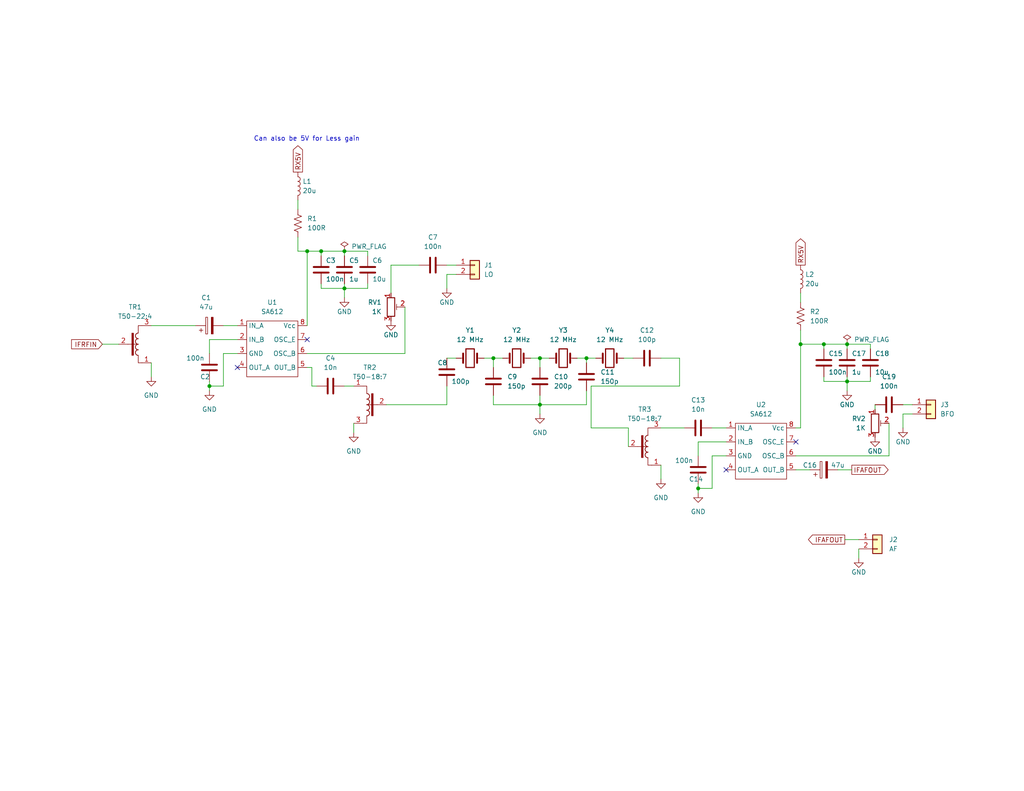
<source format=kicad_sch>
(kicad_sch (version 20211123) (generator eeschema)
  (paper "A")
  (title_block (date "2022-08-31") (rev "0.1a") (company "DATER (Dave Peter)"))
  (lib_symbols
    (symbol "Connector_Generic:Conn_01x02" (pin_names (offset 1.016) hide)
      (property "Reference" "J" (at 0 2.54 0))
      (property "Value" "Conn_01x02" (at 0 -5.08 0))
      (symbol "Conn_01x02_1_1"
        (rectangle (start -1.27 -2.413) (end 0 -2.667) (stroke (width 0.1524)))
        (rectangle (start -1.27 0.127) (end 0 -0.127) (stroke (width 0.1524)))
        (rectangle (start -1.27 1.27) (end 1.27 -3.81) (stroke (width 0.254)) (fill (type background)))
        (pin passive line (at -5.08 0 0) (length 3.81) (name "Pin_1") (number "1"))
        (pin passive line (at -5.08 -2.54 0) (length 3.81) (name "Pin_2") (number "2"))
      )
    )
    (symbol "Custom_RF:SA612"
      (property "Reference" "U" (at 1.27 10.16 0))
      (property "Value" "SA612" (at 1.27 -7.62 0))
      (symbol "SA612_0_1"
        (rectangle (start -6.35 8.89) (end 7.62 -6.35))
      )
      (symbol "SA612_1_1"
        (pin input line (at -8.89 7.62 0) (length 2.54) (name "IN_A") (number "1"))
        (pin input line (at -8.89 3.81 0) (length 2.54) (name "IN_B") (number "2"))
        (pin power_in line (at -8.89 0 0) (length 2.54) (name "GND") (number "3"))
        (pin output line (at -8.89 -3.81 0) (length 2.54) (name "OUT_A") (number "4"))
        (pin output line (at 10.16 -3.81 180) (length 2.54) (name "OUT_B") (number "5"))
        (pin input line (at 10.16 0 180) (length 2.54) (name "OSC_B") (number "6"))
        (pin input line (at 10.16 3.81 180) (length 2.54) (name "OSC_E") (number "7"))
        (pin power_in line (at 10.16 7.62 180) (length 2.54) (name "Vcc") (number "8"))
      )
    )
    (symbol "Custom_RF:T50 " (pin_names (offset 0))
      (property "Reference" "TR" (at 0 6.35 0))
      (property "Value" "T50 " (at 0 -6.35 0))
      (symbol "T50 _0_1"
        (arc (start -1.524 -3.048) (mid -0.762 -2.286) (end -1.524 -1.524) (stroke (width 0.2032)))
        (arc (start -1.524 -1.524) (mid -0.762 -0.762) (end -1.524 0) (stroke (width 0.2032)))
        (arc (start -1.524 0) (mid -0.762 0.762) (end -1.524 1.524) (stroke (width 0.2032)))
        (arc (start -1.524 1.524) (mid -0.762 2.286) (end -1.524 3.048) (stroke (width 0.2032)))
        (rectangle (start -0.254 3.048) (end 0.254 -3.048) (stroke (width 0.0254)) (fill (type outline)))
        (polyline (pts (xy -1.524 0) (xy 1.27 0) (xy -1.27 0)) (fill (type outline)))
        (polyline (pts (xy -2.54 5.08) (xy -1.524 5.08) (xy -1.524 3.048) (xy -1.524 3.048)) (stroke (width 0.1524)))
        (polyline (pts (xy -1.524 -3.048) (xy -1.524 -5.08) (xy -2.54 -5.08) (xy -2.54 -5.08)) (stroke (width 0.1524)))
      )
      (symbol "T50 _1_1"
        (pin passive line (at -5.08 5.08 0) (length 2.54) (name "~") (number "1"))
        (pin passive line (at 3.81 0 180) (length 2.54) (name "~") (number "2"))
        (pin passive line (at -5.08 -5.08 0) (length 2.54) (name "~") (number "3"))
      )
    )
    (symbol "Device:C" (pin_numbers hide) (pin_names (offset 0.254))
      (property "Reference" "C" (at 0.635 2.54 0))
      (property "Value" "C" (at 0.635 -2.54 0))
      (symbol "C_0_1"
        (polyline (pts (xy -2.032 -0.762) (xy 2.032 -0.762)) (stroke (width 0.508)))
        (polyline (pts (xy -2.032 0.762) (xy 2.032 0.762)) (stroke (width 0.508)))
      )
      (symbol "C_1_1"
        (pin passive line (at 0 3.81 270) (length 2.794) (name "~") (number "1"))
        (pin passive line (at 0 -3.81 90) (length 2.794) (name "~") (number "2"))
      )
    )
    (symbol "Device:C_Polarized" (pin_numbers hide) (pin_names (offset 0.254))
      (property "Reference" "C" (at 0.635 2.54 0))
      (property "Value" "C_Polarized" (at 0.635 -2.54 0))
      (symbol "C_Polarized_0_1"
        (rectangle (start -2.286 0.508) (end 2.286 1.016))
        (polyline (pts (xy -1.778 2.286) (xy -0.762 2.286)))
        (polyline (pts (xy -1.27 2.794) (xy -1.27 1.778)))
        (rectangle (start 2.286 -0.508) (end -2.286 -1.016) (fill (type outline)))
      )
      (symbol "C_Polarized_1_1"
        (pin passive line (at 0 3.81 270) (length 2.794) (name "~") (number "1"))
        (pin passive line (at 0 -3.81 90) (length 2.794) (name "~") (number "2"))
      )
    )
    (symbol "Device:Crystal" (pin_numbers hide) (pin_names (offset 1.016) hide)
      (property "Reference" "Y" (at 0 3.81 0))
      (property "Value" "Crystal" (at 0 -3.81 0))
      (symbol "Crystal_0_1"
        (rectangle (start -1.143 2.54) (end 1.143 -2.54) (stroke (width 0.3048)))
        (polyline (pts (xy -2.54 0) (xy -1.905 0)))
        (polyline (pts (xy -1.905 -1.27) (xy -1.905 1.27)) (stroke (width 0.508)))
        (polyline (pts (xy 1.905 -1.27) (xy 1.905 1.27)) (stroke (width 0.508)))
        (polyline (pts (xy 2.54 0) (xy 1.905 0)))
      )
      (symbol "Crystal_1_1"
        (pin passive line (at -3.81 0 0) (length 1.27) (name "1") (number "1"))
        (pin passive line (at 3.81 0 180) (length 1.27) (name "2") (number "2"))
      )
    )
    (symbol "Device:L" (pin_numbers hide) (pin_names (offset 1.016) hide)
      (property "Reference" "L" (at -1.27 0 90))
      (property "Value" "L" (at 1.905 0 90))
      (symbol "L_0_1"
        (arc (start 0 -2.54) (mid 0.635 -1.905) (end 0 -1.27))
        (arc (start 0 -1.27) (mid 0.635 -0.635) (end 0 0))
        (arc (start 0 0) (mid 0.635 0.635) (end 0 1.27))
        (arc (start 0 1.27) (mid 0.635 1.905) (end 0 2.54))
      )
      (symbol "L_1_1"
        (pin passive line (at 0 3.81 270) (length 1.27) (name "1") (number "1"))
        (pin passive line (at 0 -3.81 90) (length 1.27) (name "2") (number "2"))
      )
    )
    (symbol "Device:R_Potentiometer_Trim" (pin_names (offset 1.016) hide)
      (property "Reference" "RV" (at -4.445 0 90))
      (property "Value" "R_Potentiometer_Trim" (at -2.54 0 90))
      (symbol "R_Potentiometer_Trim_0_1"
        (polyline (pts (xy 1.524 0.762) (xy 1.524 -0.762)))
        (polyline (pts (xy 2.54 0) (xy 1.524 0)))
        (rectangle (start 1.016 2.54) (end -1.016 -2.54) (stroke (width 0.254)))
      )
      (symbol "R_Potentiometer_Trim_1_1"
        (pin passive line (at 0 3.81 270) (length 1.27) (name "1") (number "1"))
        (pin passive line (at 3.81 0 180) (length 1.27) (name "2") (number "2"))
        (pin passive line (at 0 -3.81 90) (length 1.27) (name "3") (number "3"))
      )
    )
    (symbol "Device:R_US" (pin_numbers hide) (pin_names (offset 0))
      (property "Reference" "R" (at 2.54 0 90))
      (property "Value" "R_US" (at -2.54 0 90))
      (symbol "R_US_0_1"
        (polyline (pts (xy 0 -2.286) (xy 0 -2.54)))
        (polyline (pts (xy 0 2.286) (xy 0 2.54)))
        (polyline (pts (xy 0 -0.762) (xy 1.016 -1.143) (xy 0 -1.524) (xy -1.016 -1.905) (xy 0 -2.286)))
        (polyline (pts (xy 0 0.762) (xy 1.016 0.381) (xy 0 0) (xy -1.016 -0.381) (xy 0 -0.762)))
        (polyline (pts (xy 0 2.286) (xy 1.016 1.905) (xy 0 1.524) (xy -1.016 1.143) (xy 0 0.762)))
      )
      (symbol "R_US_1_1"
        (pin passive line (at 0 3.81 270) (length 1.27) (name "~") (number "1"))
        (pin passive line (at 0 -3.81 90) (length 1.27) (name "~") (number "2"))
      )
    )
    (symbol "power:GND" (power) (pin_names (offset 0))
      (property "Value" "GND" (at 0 -3.81 0))
      (symbol "GND_0_1"
        (polyline (pts (xy 0 0) (xy 0 -1.27) (xy 1.27 -1.27) (xy 0 -2.54) (xy -1.27 -1.27) (xy 0 -1.27)))
      )
      (symbol "GND_1_1"
        (pin power_in line (at 0 0 270) (length 0) hide (name "GND") (number "1"))
      )
    )
    (symbol "power:PWR_FLAG" (power) (pin_numbers hide) (pin_names (offset 0) hide)
      (property "Value" "PWR_FLAG" (at 0 3.81 0))
      (symbol "PWR_FLAG_0_0"
        (pin power_out line (at 0 0 90) (length 0) (name "pwr") (number "1"))
      )
      (symbol "PWR_FLAG_0_1"
        (polyline (pts (xy 0 0) (xy 0 1.27) (xy -1.016 1.905) (xy 0 2.54) (xy 1.016 1.905) (xy 0 1.27)))
      )
    )
  )
  (junction (at 160.02 97.79))
  (junction (at 190.5 133.35))
  (junction (at 218.44 93.98))
  (junction (at 231.14 93.98))
  (junction (at 231.14 104.14))
  (junction (at 93.98 68.58))
  (junction (at 224.79 93.98))
  (junction (at 134.62 97.79))
  (junction (at 147.32 97.79))
  (junction (at 93.98 78.74))
  (junction (at 57.15 105.41))
  (junction (at 147.32 110.49))
  (junction (at 83.82 68.58))
  (junction (at 87.63 68.58))
  (no_connect (at 198.12 128.27))
  (no_connect (at 83.82 92.71))
  (no_connect (at 217.17 120.65))
  (no_connect (at 64.77 100.33))
  (wire (pts (xy 224.79 93.98) (xy 231.14 93.98)))
  (wire (pts (xy 57.15 92.71) (xy 57.15 96.52)))
  (wire (pts (xy 100.33 68.58) (xy 100.33 69.85)))
  (wire (pts (xy 232.41 128.27) (xy 228.6 128.27)))
  (wire (pts (xy 194.31 133.35) (xy 194.31 124.46)))
  (wire (pts (xy 147.32 97.79) (xy 149.86 97.79)))
  (wire (pts (xy 87.63 77.47) (xy 87.63 78.74)))
  (wire (pts (xy 230.505 147.32) (xy 234.315 147.32)))
  (wire (pts (xy 194.31 124.46) (xy 198.12 124.46)))
  (wire (pts (xy 224.79 93.98) (xy 224.79 95.25)))
  (wire (pts (xy 87.63 68.58) (xy 87.63 69.85)))
  (wire (pts (xy 147.32 110.49) (xy 147.32 107.95)))
  (wire (pts (xy 218.44 93.98) (xy 218.44 116.84)))
  (wire (pts (xy 121.92 72.39) (xy 124.46 72.39)))
  (wire (pts (xy 81.28 68.58) (xy 83.82 68.58)))
  (wire (pts (xy 224.79 104.14) (xy 231.14 104.14)))
  (wire (pts (xy 218.44 90.17) (xy 218.44 93.98)))
  (wire (pts (xy 231.14 104.14) (xy 231.14 102.87)))
  (wire (pts (xy 231.14 104.14) (xy 231.14 106.68)))
  (wire (pts (xy 237.49 102.87) (xy 237.49 104.14)))
  (wire (pts (xy 185.42 97.79) (xy 185.42 105.41)))
  (wire (pts (xy 237.49 93.98) (xy 237.49 95.25)))
  (wire (pts (xy 81.28 54.61) (xy 81.28 57.15)))
  (wire (pts (xy 93.98 68.58) (xy 93.98 69.85)))
  (wire (pts (xy 246.38 110.49) (xy 248.92 110.49)))
  (wire (pts (xy 238.76 110.49) (xy 238.76 111.76)))
  (wire (pts (xy 41.275 88.9) (xy 53.34 88.9)))
  (wire (pts (xy 234.315 152.4) (xy 234.315 149.86)))
  (wire (pts (xy 231.14 93.98) (xy 231.14 95.25)))
  (wire (pts (xy 134.62 97.79) (xy 134.62 100.33)))
  (wire (pts (xy 248.92 113.03) (xy 246.38 113.03)))
  (wire (pts (xy 93.98 78.74) (xy 93.98 77.47)))
  (wire (pts (xy 81.28 64.77) (xy 81.28 68.58)))
  (wire (pts (xy 106.68 72.39) (xy 106.68 80.01)))
  (wire (pts (xy 147.32 110.49) (xy 147.32 113.03)))
  (wire (pts (xy 93.98 78.74) (xy 93.98 81.28)))
  (wire (pts (xy 121.92 110.49) (xy 121.92 105.41)))
  (wire (pts (xy 114.3 72.39) (xy 106.68 72.39)))
  (wire (pts (xy 160.02 106.68) (xy 160.02 110.49)))
  (wire (pts (xy 224.79 102.87) (xy 224.79 104.14)))
  (wire (pts (xy 134.62 97.79) (xy 137.16 97.79)))
  (wire (pts (xy 147.32 97.79) (xy 147.32 100.33)))
  (wire (pts (xy 110.49 96.52) (xy 110.49 83.82)))
  (wire (pts (xy 180.34 116.84) (xy 186.69 116.84)))
  (wire (pts (xy 134.62 110.49) (xy 147.32 110.49)))
  (wire (pts (xy 185.42 105.41) (xy 161.29 105.41)))
  (wire (pts (xy 190.5 133.35) (xy 194.31 133.35)))
  (wire (pts (xy 198.12 120.65) (xy 190.5 120.65)))
  (wire (pts (xy 246.38 113.03) (xy 246.38 116.84)))
  (wire (pts (xy 157.48 97.79) (xy 160.02 97.79)))
  (wire (pts (xy 144.78 97.79) (xy 147.32 97.79)))
  (wire (pts (xy 190.5 120.65) (xy 190.5 124.46)))
  (wire (pts (xy 160.02 97.79) (xy 160.02 99.06)))
  (wire (pts (xy 60.96 96.52) (xy 64.77 96.52)))
  (wire (pts (xy 57.15 105.41) (xy 57.15 106.68)))
  (wire (pts (xy 121.92 74.93) (xy 121.92 78.74)))
  (wire (pts (xy 185.42 97.79) (xy 180.34 97.79)))
  (wire (pts (xy 180.34 130.81) (xy 180.34 127)))
  (wire (pts (xy 134.62 107.95) (xy 134.62 110.49)))
  (wire (pts (xy 60.96 88.9) (xy 64.77 88.9)))
  (wire (pts (xy 105.41 110.49) (xy 121.92 110.49)))
  (wire (pts (xy 217.17 124.46) (xy 242.57 124.46)))
  (wire (pts (xy 83.82 100.33) (xy 85.09 100.33)))
  (wire (pts (xy 161.29 105.41) (xy 161.29 116.84)))
  (wire (pts (xy 93.98 78.74) (xy 100.33 78.74)))
  (wire (pts (xy 83.82 68.58) (xy 87.63 68.58)))
  (wire (pts (xy 41.275 102.87) (xy 41.275 99.06)))
  (wire (pts (xy 57.15 104.14) (xy 57.15 105.41)))
  (wire (pts (xy 220.98 128.27) (xy 217.17 128.27)))
  (wire (pts (xy 160.02 97.79) (xy 162.56 97.79)))
  (wire (pts (xy 60.96 105.41) (xy 60.96 96.52)))
  (wire (pts (xy 83.82 68.58) (xy 83.82 88.9)))
  (wire (pts (xy 171.45 121.92) (xy 171.45 116.84)))
  (wire (pts (xy 242.57 115.57) (xy 242.57 124.46)))
  (wire (pts (xy 190.5 133.35) (xy 190.5 134.62)))
  (wire (pts (xy 86.36 105.41) (xy 85.09 105.41)))
  (wire (pts (xy 121.92 97.79) (xy 124.46 97.79)))
  (wire (pts (xy 64.77 92.71) (xy 57.15 92.71)))
  (wire (pts (xy 218.44 80.01) (xy 218.44 82.55)))
  (wire (pts (xy 218.44 93.98) (xy 224.79 93.98)))
  (wire (pts (xy 160.02 110.49) (xy 147.32 110.49)))
  (wire (pts (xy 27.94 93.98) (xy 32.385 93.98)))
  (wire (pts (xy 100.33 77.47) (xy 100.33 78.74)))
  (wire (pts (xy 57.15 105.41) (xy 60.96 105.41)))
  (wire (pts (xy 83.82 96.52) (xy 110.49 96.52)))
  (wire (pts (xy 132.08 97.79) (xy 134.62 97.79)))
  (wire (pts (xy 170.18 97.79) (xy 172.72 97.79)))
  (wire (pts (xy 231.14 104.14) (xy 237.49 104.14)))
  (wire (pts (xy 87.63 68.58) (xy 93.98 68.58)))
  (wire (pts (xy 218.44 116.84) (xy 217.17 116.84)))
  (wire (pts (xy 93.98 68.58) (xy 100.33 68.58)))
  (wire (pts (xy 87.63 78.74) (xy 93.98 78.74)))
  (wire (pts (xy 190.5 132.08) (xy 190.5 133.35)))
  (wire (pts (xy 124.46 74.93) (xy 121.92 74.93)))
  (wire (pts (xy 85.09 105.41) (xy 85.09 100.33)))
  (wire (pts (xy 231.14 93.98) (xy 237.49 93.98)))
  (wire (pts (xy 96.52 118.11) (xy 96.52 115.57)))
  (wire (pts (xy 93.98 105.41) (xy 96.52 105.41)))
  (wire (pts (xy 194.31 116.84) (xy 198.12 116.84)))
  (wire (pts (xy 161.29 116.84) (xy 171.45 116.84)))
  (text "Can also be 5V for Less gain" (at 69.215 38.735 0) (effects (font (size 1.27 1.27)) (justify left bottom)))
  (global_label "IFRFIN" (shape input) (at 27.94 93.98 180) (property "Intersheet References" "${INTERSHEET_REFS}" (effects hide)))
  (global_label "RX5V" (shape output) (at 81.28 46.99 90) (property "Intersheet References" "${INTERSHEET_REFS}" (effects hide)))
  (global_label "IFAFOUT" (shape output) (at 230.505 147.32 180) (property "Intersheet References" "${INTERSHEET_REFS}" (effects hide)))
  (global_label "RX5V" (shape output) (at 218.44 72.39 90) (property "Intersheet References" "${INTERSHEET_REFS}" (effects hide)))
  (global_label "IFAFOUT" (shape output) (at 232.41 128.27 0) (property "Intersheet References" "${INTERSHEET_REFS}" (effects hide)))
  (symbol (lib_id "Custom_RF:T50 ") (at 175.26 121.92 180) (unit 1)
    (property "Reference" "TR3" (at 175.9331 111.76 0))
    (property "Value" "T50-18:7" (at 175.9331 114.3 0))
    (property "Footprint" "Custom_RF:T50-1Tap-Close" (effects hide))
  )
  (symbol (lib_id "power:GND") (at 190.5 134.62 0) (unit 1)
    (property "Reference" "#PWR09" (effects hide))
    (property "Value" "GND" (at 190.5 139.7 0))
  )
  (symbol (lib_id "power:GND") (at 93.98 81.28 0) (unit 1)
    (property "Reference" "#PWR03" (effects hide))
    (property "Value" "GND" (at 93.98 85.09 0))
  )
  (symbol (lib_id "Custom_RF:SA612") (at 73.66 96.52 0) (unit 1)
    (property "Reference" "U1" (at 74.295 82.55 0))
    (property "Value" "SA612" (at 74.295 85.09 0))
    (property "Footprint" "Package_DIP:DIP-8_W7.62mm_Socket" (effects hide))
  )
  (symbol (lib_id "Device:C") (at 93.98 73.66 0) (unit 1)
    (property "Reference" "C5" (at 95.25 71.12 0) (effects (justify left)))
    (property "Value" "1u" (at 95.25 76.2 0) (effects (justify left)))
    (property "Footprint" "Capacitor_SMD:C_1206_3216Metric" (effects hide))
  )
  (symbol (lib_id "power:GND") (at 234.315 152.4 0) (unit 1)
    (property "Reference" "#PWR011" (effects hide))
    (property "Value" "GND" (at 234.315 156.21 0))
  )
  (symbol (lib_id "Device:C") (at 190.5 116.84 90) (unit 1)
    (property "Reference" "C13" (at 190.5 109.22 90))
    (property "Value" "10n" (at 190.5 111.76 90))
    (property "Footprint" "Capacitor_SMD:C_1206_3216Metric" (effects hide))
  )
  (symbol (lib_id "Device:R_US") (at 218.44 86.36 0) (unit 1)
    (property "Reference" "R2" (at 220.98 85.0899 0) (effects (justify left)))
    (property "Value" "100R" (at 220.98 87.6299 0) (effects (justify left)))
    (property "Footprint" "Resistor_SMD:R_1206_3216Metric" (effects hide))
  )
  (symbol (lib_id "Device:L") (at 81.28 50.8 0) (unit 1)
    (property "Reference" "L1" (at 82.55 49.5299 0) (effects (justify left)))
    (property "Value" "20u" (at 82.55 52.0699 0) (effects (justify left)))
    (property "Footprint" "Inductor_SMD:L_1206_3216Metric" (effects hide))
  )
  (symbol (lib_id "Custom_RF:T50 ") (at 36.195 93.98 180) (unit 1)
    (property "Reference" "TR1" (at 36.8681 83.82 0))
    (property "Value" "T50-22:4" (at 36.8681 86.36 0))
    (property "Footprint" "Custom_RF:T50-1Tap-Close" (effects hide))
  )
  (symbol (lib_id "Device:R_US") (at 81.28 60.96 0) (unit 1)
    (property "Reference" "R1" (at 83.82 59.6899 0) (effects (justify left)))
    (property "Value" "100R" (at 83.82 62.2299 0) (effects (justify left)))
    (property "Footprint" "Resistor_SMD:R_1206_3216Metric" (effects hide))
  )
  (symbol (lib_id "power:GND") (at 238.76 119.38 0) (unit 1)
    (property "Reference" "#PWR012" (effects hide))
    (property "Value" "GND" (at 238.76 123.19 0))
  )
  (symbol (lib_id "Device:C") (at 147.32 104.14 0) (unit 1)
    (property "Reference" "C10" (at 151.13 102.8699 0) (effects (justify left)))
    (property "Value" "200p" (at 151.13 105.4099 0) (effects (justify left)))
    (property "Footprint" "Capacitor_THT:C_Disc_D3.4mm_W2.1mm_P2.50mm" (effects hide))
  )
  (symbol (lib_id "Device:Crystal") (at 153.67 97.79 0) (unit 1)
    (property "Reference" "Y3" (at 153.67 90.17 0))
    (property "Value" "12 MHz" (at 153.67 92.71 0))
    (property "Footprint" "Crystal:Crystal_HC49-4H_Vertical" (effects hide))
  )
  (symbol (lib_id "Device:C") (at 224.79 99.06 0) (unit 1)
    (property "Reference" "C15" (at 226.06 96.52 0) (effects (justify left)))
    (property "Value" "100n" (at 226.06 101.6 0) (effects (justify left)))
    (property "Footprint" "Capacitor_SMD:C_1206_3216Metric" (effects hide))
  )
  (symbol (lib_id "Custom_RF:SA612") (at 207.01 124.46 0) (unit 1)
    (property "Reference" "U2" (at 207.645 110.49 0))
    (property "Value" "SA612" (at 207.645 113.03 0))
    (property "Footprint" "Package_DIP:DIP-8_W7.62mm_Socket" (effects hide))
  )
  (symbol (lib_id "Connector_Generic:Conn_01x02") (at 254 110.49 0) (unit 1)
    (property "Reference" "J3" (at 256.54 110.4899 0) (effects (justify left)))
    (property "Value" "BFO" (at 256.54 113.0299 0) (effects (justify left)))
    (property "Footprint" "Connector_PinHeader_2.54mm:PinHeader_1x02_P2.54mm_Vertical" (effects hide))
  )
  (symbol (lib_id "Connector_Generic:Conn_01x02") (at 239.395 147.32 0) (unit 1)
    (property "Reference" "J2" (at 242.57 147.3199 0) (effects (justify left)))
    (property "Value" "AF" (at 242.57 149.8599 0) (effects (justify left)))
    (property "Footprint" "Connector_PinHeader_2.54mm:PinHeader_1x02_P2.54mm_Vertical" (effects hide))
  )
  (symbol (lib_id "Device:C") (at 190.5 128.27 0) (unit 1)
    (property "Reference" "C14" (at 187.96 130.81 0) (effects (justify left)))
    (property "Value" "100n" (at 184.15 125.73 0) (effects (justify left)))
    (property "Footprint" "Capacitor_SMD:C_1206_3216Metric" (effects hide))
  )
  (symbol (lib_id "Device:C") (at 118.11 72.39 270) (unit 1)
    (property "Reference" "C7" (at 118.11 64.77 90))
    (property "Value" "100n" (at 118.11 67.31 90))
    (property "Footprint" "Capacitor_SMD:C_1206_3216Metric" (effects hide))
  )
  (symbol (lib_id "Device:Crystal") (at 128.27 97.79 0) (unit 1)
    (property "Reference" "Y1" (at 128.27 90.17 0))
    (property "Value" "12 MHz" (at 128.27 92.71 0))
    (property "Footprint" "Crystal:Crystal_HC49-4H_Vertical" (effects hide))
  )
  (symbol (lib_id "Device:R_Potentiometer_Trim") (at 106.68 83.82 0) (unit 1)
    (property "Reference" "RV1" (at 104.14 82.5499 0) (effects (justify right)))
    (property "Value" "1K" (at 104.14 85.0899 0) (effects (justify right)))
    (property "Footprint" "Potentiometer_THT:Potentiometer_Bourns_3296W_Vertical" (effects hide))
  )
  (symbol (lib_id "Device:C") (at 100.33 73.66 0) (unit 1)
    (property "Reference" "C6" (at 101.6 71.12 0) (effects (justify left)))
    (property "Value" "10u" (at 101.6 76.2 0) (effects (justify left)))
    (property "Footprint" "Capacitor_SMD:C_1206_3216Metric" (effects hide))
  )
  (symbol (lib_id "Device:C") (at 121.92 101.6 180) (unit 1)
    (property "Reference" "C8" (at 119.38 99.06 0) (effects (justify right)))
    (property "Value" "100p" (at 123.19 104.14 0) (effects (justify right)))
    (property "Footprint" "Capacitor_THT:C_Disc_D3.4mm_W2.1mm_P2.50mm" (effects hide))
  )
  (symbol (lib_id "power:GND") (at 96.52 118.11 0) (unit 1)
    (property "Reference" "#PWR05" (effects hide))
    (property "Value" "GND" (at 96.52 123.19 0))
  )
  (symbol (lib_id "Device:C") (at 176.53 97.79 90) (unit 1)
    (property "Reference" "C12" (at 176.53 90.17 90))
    (property "Value" "100p" (at 176.53 92.71 90))
    (property "Footprint" "Capacitor_THT:C_Disc_D3.4mm_W2.1mm_P2.50mm" (effects hide))
  )
  (symbol (lib_id "power:PWR_FLAG") (at 93.98 68.58 0) (unit 1)
    (property "Reference" "#FLG01" (effects hide))
    (property "Value" "PWR_FLAG" (at 95.885 67.3099 0) (effects (justify left)))
  )
  (symbol (lib_id "power:GND") (at 106.68 87.63 0) (unit 1)
    (property "Reference" "#PWR04" (effects hide))
    (property "Value" "GND" (at 106.68 91.44 0))
  )
  (symbol (lib_id "Device:C") (at 57.15 100.33 0) (unit 1)
    (property "Reference" "C2" (at 54.61 102.87 0) (effects (justify left)))
    (property "Value" "100n" (at 50.8 97.79 0) (effects (justify left)))
    (property "Footprint" "Capacitor_SMD:C_1206_3216Metric" (effects hide))
  )
  (symbol (lib_id "power:GND") (at 57.15 106.68 0) (unit 1)
    (property "Reference" "#PWR02" (effects hide))
    (property "Value" "GND" (at 57.15 111.76 0))
  )
  (symbol (lib_id "Device:Crystal") (at 166.37 97.79 0) (unit 1)
    (property "Reference" "Y4" (at 166.37 90.17 0))
    (property "Value" "12 MHz" (at 166.37 92.71 0))
    (property "Footprint" "Crystal:Crystal_HC49-4H_Vertical" (effects hide))
  )
  (symbol (lib_id "Custom_RF:T50 ") (at 101.6 110.49 0) (unit 1)
    (property "Reference" "TR2" (at 100.9269 100.33 0))
    (property "Value" "T50-18:7" (at 100.9269 102.87 0))
    (property "Footprint" "Custom_RF:T50-1Tap-Close" (effects hide))
  )
  (symbol (lib_id "Device:C") (at 160.02 102.87 0) (unit 1)
    (property "Reference" "C11" (at 163.83 101.5999 0) (effects (justify left)))
    (property "Value" "150p" (at 163.83 104.1399 0) (effects (justify left)))
    (property "Footprint" "Capacitor_THT:C_Disc_D3.4mm_W2.1mm_P2.50mm" (effects hide))
  )
  (symbol (lib_id "Device:C") (at 242.57 110.49 270) (unit 1)
    (property "Reference" "C19" (at 242.57 102.87 90))
    (property "Value" "100n" (at 242.57 105.41 90))
    (property "Footprint" "Capacitor_SMD:C_1206_3216Metric" (effects hide))
  )
  (symbol (lib_id "power:GND") (at 41.275 102.87 0) (unit 1)
    (property "Reference" "#PWR01" (effects hide))
    (property "Value" "GND" (at 41.275 107.95 0))
  )
  (symbol (lib_id "power:PWR_FLAG") (at 231.14 93.98 0) (unit 1)
    (property "Reference" "#FLG02" (effects hide))
    (property "Value" "PWR_FLAG" (at 233.045 92.7099 0) (effects (justify left)))
  )
  (symbol (lib_id "Device:R_Potentiometer_Trim") (at 238.76 115.57 0) (unit 1)
    (property "Reference" "RV2" (at 236.22 114.2999 0) (effects (justify right)))
    (property "Value" "1K" (at 236.22 116.8399 0) (effects (justify right)))
    (property "Footprint" "Potentiometer_THT:Potentiometer_Bourns_3296W_Vertical" (effects hide))
  )
  (symbol (lib_id "Device:C_Polarized") (at 57.15 88.9 90) (unit 1)
    (property "Reference" "C1" (at 56.261 81.28 90))
    (property "Value" "47u" (at 56.261 83.82 90))
    (property "Footprint" "Capacitor_THT:CP_Radial_D8.0mm_P2.50mm" (effects hide))
  )
  (symbol (lib_id "power:GND") (at 246.38 116.84 0) (unit 1)
    (property "Reference" "#PWR013" (effects hide))
    (property "Value" "GND" (at 246.38 120.65 0))
  )
  (symbol (lib_id "power:GND") (at 147.32 113.03 0) (unit 1)
    (property "Reference" "#PWR07" (effects hide))
    (property "Value" "GND" (at 147.32 118.11 0))
  )
  (symbol (lib_id "Device:L") (at 218.44 76.2 0) (unit 1)
    (property "Reference" "L2" (at 219.71 74.9299 0) (effects (justify left)))
    (property "Value" "20u" (at 219.71 77.4699 0) (effects (justify left)))
    (property "Footprint" "Inductor_SMD:L_1206_3216Metric" (effects hide))
  )
  (symbol (lib_id "Device:C_Polarized") (at 224.79 128.27 90) (unit 1)
    (property "Reference" "C16" (at 220.98 127 90))
    (property "Value" "47u" (at 228.6 127 90))
    (property "Footprint" "Capacitor_THT:CP_Radial_D8.0mm_P2.50mm" (effects hide))
  )
  (symbol (lib_id "Device:Crystal") (at 140.97 97.79 0) (unit 1)
    (property "Reference" "Y2" (at 140.97 90.17 0))
    (property "Value" "12 MHz" (at 140.97 92.71 0))
    (property "Footprint" "Crystal:Crystal_HC49-4H_Vertical" (effects hide))
  )
  (symbol (lib_id "power:GND") (at 180.34 130.81 0) (unit 1)
    (property "Reference" "#PWR08" (effects hide))
    (property "Value" "GND" (at 180.34 135.89 0))
  )
  (symbol (lib_id "Device:C") (at 231.14 99.06 0) (unit 1)
    (property "Reference" "C17" (at 232.41 96.52 0) (effects (justify left)))
    (property "Value" "1u" (at 232.41 101.6 0) (effects (justify left)))
    (property "Footprint" "Capacitor_SMD:C_1206_3216Metric" (effects hide))
  )
  (symbol (lib_id "Device:C") (at 134.62 104.14 0) (unit 1)
    (property "Reference" "C9" (at 138.43 102.8699 0) (effects (justify left)))
    (property "Value" "150p" (at 138.43 105.4099 0) (effects (justify left)))
    (property "Footprint" "Capacitor_THT:C_Disc_D3.4mm_W2.1mm_P2.50mm" (effects hide))
  )
  (symbol (lib_id "Connector_Generic:Conn_01x02") (at 129.54 72.39 0) (unit 1)
    (property "Reference" "J1" (at 132.08 72.3899 0) (effects (justify left)))
    (property "Value" "LO" (at 132.08 74.9299 0) (effects (justify left)))
    (property "Footprint" "Connector_PinHeader_2.54mm:PinHeader_1x02_P2.54mm_Vertical" (effects hide))
  )
  (symbol (lib_id "power:GND") (at 121.92 78.74 0) (unit 1)
    (property "Reference" "#PWR06" (effects hide))
    (property "Value" "GND" (at 121.92 82.55 0))
  )
  (symbol (lib_id "Device:C") (at 237.49 99.06 0) (unit 1)
    (property "Reference" "C18" (at 238.76 96.52 0) (effects (justify left)))
    (property "Value" "10u" (at 238.76 101.6 0) (effects (justify left)))
    (property "Footprint" "Capacitor_SMD:C_1206_3216Metric" (effects hide))
  )
  (symbol (lib_id "Device:C") (at 90.17 105.41 90) (unit 1)
    (property "Reference" "C4" (at 90.17 97.79 90))
    (property "Value" "10n" (at 90.17 100.33 90))
    (property "Footprint" "Capacitor_SMD:C_1206_3216Metric" (effects hide))
  )
  (symbol (lib_id "power:GND") (at 231.14 106.68 0) (unit 1)
    (property "Reference" "#PWR010" (effects hide))
    (property "Value" "GND" (at 231.14 110.49 0))
  )
  (symbol (lib_id "Device:C") (at 87.63 73.66 0) (unit 1)
    (property "Reference" "C3" (at 88.9 71.12 0) (effects (justify left)))
    (property "Value" "100n" (at 88.9 76.2 0) (effects (justify left)))
    (property "Footprint" "Capacitor_SMD:C_1206_3216Metric" (effects hide))
  )
)
</source>
